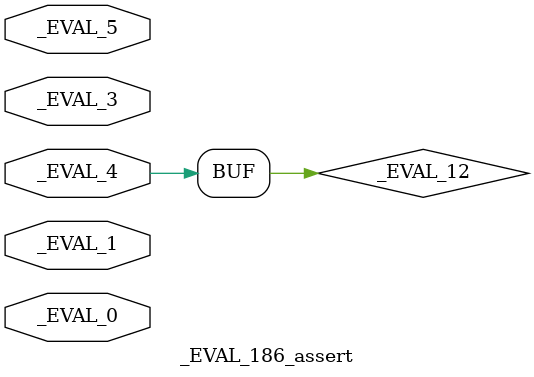
<source format=sv>
module _EVAL_186_assert(
  input   _EVAL_0,
  input   _EVAL_1,
  input   _EVAL_3,
  input   _EVAL_4,
  input   _EVAL_5
);
  wire  _EVAL_6;
  wire  _EVAL_7;
  wire  _EVAL_8;
  wire  _EVAL_9;
  wire  _EVAL_11;
  wire  _EVAL_12;
  wire  _EVAL_13;
  wire  _EVAL_14;
  wire  _EVAL_15;
  wire  _EVAL_16;
  wire  _EVAL_17;
  wire  _EVAL_19;
  assign _EVAL_17 = _EVAL_6 & _EVAL_19;
  assign _EVAL_16 = _EVAL_0 & _EVAL_5;
  assign _EVAL_8 = ~_EVAL_14;
  assign _EVAL_6 = ~_EVAL_7;
  assign _EVAL_9 = _EVAL_1 & _EVAL_5;
  assign _EVAL_15 = ~_EVAL_12;
  assign _EVAL_14 = _EVAL_13 | _EVAL_12;
  assign _EVAL_7 = _EVAL_1 & _EVAL_0;
  assign _EVAL_12 = _EVAL_4;
  assign _EVAL_13 = _EVAL_17 & _EVAL_11;
  assign _EVAL_19 = ~_EVAL_9;
  assign _EVAL_11 = ~_EVAL_16;
  always @(posedge _EVAL_3) begin
    `ifndef SYNTHESIS
    `ifdef PRINTF_COND
      if (`PRINTF_COND) begin
    `endif
        if (_EVAL_8) begin
          $fwrite(32'h80000002,"Obfuscated Simulation Output(c0807324)\n");
        end
    `ifdef PRINTF_COND
      end
    `endif
    `endif // SYNTHESIS
    `ifndef SYNTHESIS
    `ifdef STOP_COND
      if (`STOP_COND) begin
    `endif
        if (_EVAL_8) begin
          $fatal;
        end
    `ifdef STOP_COND
      end
    `endif
    `endif // SYNTHESIS
    `ifndef SYNTHESIS
    `ifdef PRINTF_COND
      if (`PRINTF_COND) begin
    `endif
        if (_EVAL_1 & _EVAL_15) begin
          $fwrite(32'h80000002,"Obfuscated Simulation Output(a12230c1)\n");
        end
    `ifdef PRINTF_COND
      end
    `endif
    `endif // SYNTHESIS
  end

endmodule

</source>
